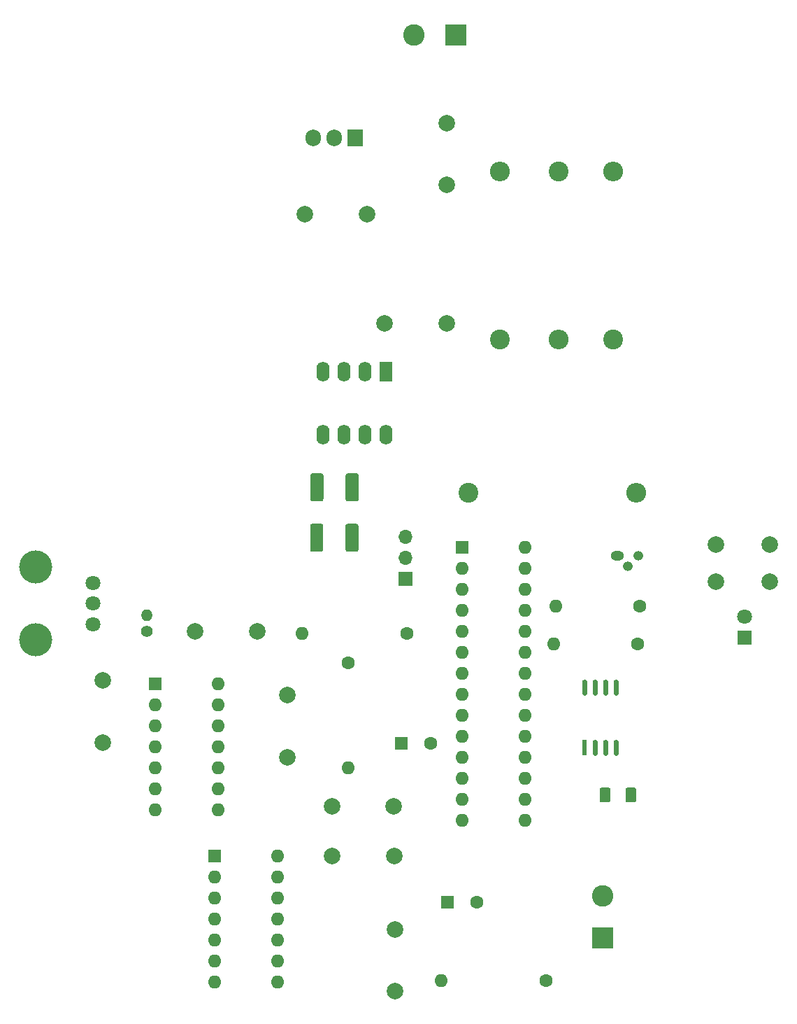
<source format=gbr>
%TF.GenerationSoftware,KiCad,Pcbnew,(5.1.10)-1*%
%TF.CreationDate,2021-11-16T23:10:03+01:00*%
%TF.ProjectId,Looper,4c6f6f70-6572-42e6-9b69-6361645f7063,rev?*%
%TF.SameCoordinates,Original*%
%TF.FileFunction,Soldermask,Top*%
%TF.FilePolarity,Negative*%
%FSLAX46Y46*%
G04 Gerber Fmt 4.6, Leading zero omitted, Abs format (unit mm)*
G04 Created by KiCad (PCBNEW (5.1.10)-1) date 2021-11-16 23:10:03*
%MOMM*%
%LPD*%
G01*
G04 APERTURE LIST*
%ADD10C,2.000000*%
%ADD11O,1.600000X1.600000*%
%ADD12C,1.600000*%
%ADD13O,1.200000X1.200000*%
%ADD14O,1.600000X1.200000*%
%ADD15C,1.800000*%
%ADD16R,1.800000X1.800000*%
%ADD17C,2.600000*%
%ADD18R,2.600000X2.600000*%
%ADD19R,1.600000X1.600000*%
%ADD20O,1.600000X2.400000*%
%ADD21R,1.600000X2.400000*%
%ADD22O,1.905000X2.000000*%
%ADD23R,1.905000X2.000000*%
%ADD24R,0.625831X1.965432*%
%ADD25O,1.400000X1.400000*%
%ADD26C,1.400000*%
%ADD27C,4.000000*%
%ADD28O,2.400000X2.400000*%
%ADD29C,2.400000*%
%ADD30O,1.700000X1.700000*%
%ADD31R,1.700000X1.700000*%
G04 APERTURE END LIST*
D10*
%TO.C,SW1*%
X233911000Y-91313000D03*
X233911000Y-86813000D03*
X240411000Y-91313000D03*
X240411000Y-86813000D03*
%TD*%
D11*
%TO.C,R9*%
X214249000Y-98806000D03*
D12*
X224409000Y-98806000D03*
%TD*%
D11*
%TO.C,R8*%
X214503000Y-94234000D03*
D12*
X224663000Y-94234000D03*
%TD*%
D13*
%TO.C,Q1*%
X224536000Y-88138000D03*
X223266000Y-89408000D03*
D14*
X221996000Y-88138000D03*
%TD*%
D15*
%TO.C,RECORD*%
X237363000Y-95504000D03*
D16*
X237363000Y-98044000D03*
%TD*%
D17*
%TO.C,J1*%
X197358000Y-25146000D03*
D18*
X202438000Y-25146000D03*
%TD*%
D11*
%TO.C,U2*%
X173609000Y-103632000D03*
X165989000Y-118872000D03*
X173609000Y-106172000D03*
X165989000Y-116332000D03*
X173609000Y-108712000D03*
X165989000Y-113792000D03*
X173609000Y-111252000D03*
X165989000Y-111252000D03*
X173609000Y-113792000D03*
X165989000Y-108712000D03*
X173609000Y-116332000D03*
X165989000Y-106172000D03*
X173609000Y-118872000D03*
D19*
X165989000Y-103632000D03*
%TD*%
D11*
%TO.C,R7*%
X183769000Y-97536000D03*
D12*
X196469000Y-97536000D03*
%TD*%
D11*
%TO.C,R4*%
X200660000Y-139573000D03*
D12*
X213360000Y-139573000D03*
%TD*%
D11*
%TO.C,R1*%
X189357000Y-113792000D03*
D12*
X189357000Y-101092000D03*
%TD*%
D20*
%TO.C,U6*%
X193929000Y-73533000D03*
X186309000Y-65913000D03*
X191389000Y-73533000D03*
X188849000Y-65913000D03*
X188849000Y-73533000D03*
X191389000Y-65913000D03*
X186309000Y-73533000D03*
D21*
X193929000Y-65913000D03*
%TD*%
D10*
%TO.C,C6*%
X184143000Y-46863000D03*
X191643000Y-46863000D03*
%TD*%
%TO.C,C14*%
X201302000Y-60071000D03*
X193802000Y-60071000D03*
%TD*%
D11*
%TO.C,U4*%
X180848000Y-124460000D03*
X173228000Y-139700000D03*
X180848000Y-127000000D03*
X173228000Y-137160000D03*
X180848000Y-129540000D03*
X173228000Y-134620000D03*
X180848000Y-132080000D03*
X173228000Y-132080000D03*
X180848000Y-134620000D03*
X173228000Y-129540000D03*
X180848000Y-137160000D03*
X173228000Y-127000000D03*
X180848000Y-139700000D03*
D19*
X173228000Y-124460000D03*
%TD*%
D10*
%TO.C,C9*%
X194952000Y-124460000D03*
X187452000Y-124460000D03*
%TD*%
%TO.C,C10*%
X195072000Y-133343000D03*
X195072000Y-140843000D03*
%TD*%
%TO.C,C7*%
X187394200Y-118440200D03*
X194894200Y-118440200D03*
%TD*%
D22*
%TO.C,U5*%
X185166000Y-37592000D03*
X187706000Y-37592000D03*
D23*
X190246000Y-37592000D03*
%TD*%
D10*
%TO.C,C8*%
X201295000Y-43314000D03*
X201295000Y-35814000D03*
%TD*%
%TO.C,U3*%
G36*
G01*
X218008200Y-105089132D02*
X218008200Y-105089132D01*
G75*
G02*
X217695285Y-104776217I0J312915D01*
G01*
X217695285Y-103436615D01*
G75*
G02*
X218008200Y-103123700I312915J0D01*
G01*
X218008200Y-103123700D01*
G75*
G02*
X218321115Y-103436615I0J-312915D01*
G01*
X218321115Y-104776217D01*
G75*
G02*
X218008200Y-105089132I-312915J0D01*
G01*
G37*
G36*
G01*
X219278200Y-105089132D02*
X219278200Y-105089132D01*
G75*
G02*
X218965285Y-104776217I0J312915D01*
G01*
X218965285Y-103436615D01*
G75*
G02*
X219278200Y-103123700I312915J0D01*
G01*
X219278200Y-103123700D01*
G75*
G02*
X219591115Y-103436615I0J-312915D01*
G01*
X219591115Y-104776217D01*
G75*
G02*
X219278200Y-105089132I-312915J0D01*
G01*
G37*
G36*
G01*
X220548201Y-105089132D02*
X220548201Y-105089132D01*
G75*
G02*
X220235286Y-104776217I0J312915D01*
G01*
X220235286Y-103436615D01*
G75*
G02*
X220548201Y-103123700I312915J0D01*
G01*
X220548201Y-103123700D01*
G75*
G02*
X220861116Y-103436615I0J-312915D01*
G01*
X220861116Y-104776217D01*
G75*
G02*
X220548201Y-105089132I-312915J0D01*
G01*
G37*
G36*
G01*
X221818201Y-105089132D02*
X221818201Y-105089132D01*
G75*
G02*
X221505286Y-104776217I0J312915D01*
G01*
X221505286Y-103436615D01*
G75*
G02*
X221818201Y-103123700I312915J0D01*
G01*
X221818201Y-103123700D01*
G75*
G02*
X222131116Y-103436615I0J-312915D01*
G01*
X222131116Y-104776217D01*
G75*
G02*
X221818201Y-105089132I-312915J0D01*
G01*
G37*
G36*
G01*
X221818201Y-112369900D02*
X221818201Y-112369900D01*
G75*
G02*
X221505286Y-112056985I0J312915D01*
G01*
X221505286Y-110717383D01*
G75*
G02*
X221818201Y-110404468I312915J0D01*
G01*
X221818201Y-110404468D01*
G75*
G02*
X222131116Y-110717383I0J-312915D01*
G01*
X222131116Y-112056985D01*
G75*
G02*
X221818201Y-112369900I-312915J0D01*
G01*
G37*
G36*
G01*
X220548201Y-112369900D02*
X220548201Y-112369900D01*
G75*
G02*
X220235286Y-112056985I0J312915D01*
G01*
X220235286Y-110717383D01*
G75*
G02*
X220548201Y-110404468I312915J0D01*
G01*
X220548201Y-110404468D01*
G75*
G02*
X220861116Y-110717383I0J-312915D01*
G01*
X220861116Y-112056985D01*
G75*
G02*
X220548201Y-112369900I-312915J0D01*
G01*
G37*
G36*
G01*
X219278200Y-112369900D02*
X219278200Y-112369900D01*
G75*
G02*
X218965285Y-112056985I0J312915D01*
G01*
X218965285Y-110717383D01*
G75*
G02*
X219278200Y-110404468I312915J0D01*
G01*
X219278200Y-110404468D01*
G75*
G02*
X219591115Y-110717383I0J-312915D01*
G01*
X219591115Y-112056985D01*
G75*
G02*
X219278200Y-112369900I-312915J0D01*
G01*
G37*
D24*
X218008200Y-111387184D03*
%TD*%
%TO.C,C5*%
G36*
G01*
X222934500Y-117744001D02*
X222934500Y-116443999D01*
G75*
G02*
X223184499Y-116194000I249999J0D01*
G01*
X224009501Y-116194000D01*
G75*
G02*
X224259500Y-116443999I0J-249999D01*
G01*
X224259500Y-117744001D01*
G75*
G02*
X224009501Y-117994000I-249999J0D01*
G01*
X223184499Y-117994000D01*
G75*
G02*
X222934500Y-117744001I0J249999D01*
G01*
G37*
G36*
G01*
X219809500Y-117744001D02*
X219809500Y-116443999D01*
G75*
G02*
X220059499Y-116194000I249999J0D01*
G01*
X220884501Y-116194000D01*
G75*
G02*
X221134500Y-116443999I0J-249999D01*
G01*
X221134500Y-117744001D01*
G75*
G02*
X220884501Y-117994000I-249999J0D01*
G01*
X220059499Y-117994000D01*
G75*
G02*
X219809500Y-117744001I0J249999D01*
G01*
G37*
%TD*%
D10*
%TO.C,C3*%
X181991000Y-105022000D03*
X181991000Y-112522000D03*
%TD*%
%TO.C,C2*%
X178315000Y-97282000D03*
X170815000Y-97282000D03*
%TD*%
%TO.C,C1*%
X159639000Y-103244000D03*
X159639000Y-110744000D03*
%TD*%
D25*
%TO.C,MK1*%
X164973000Y-95382000D03*
D26*
X164973000Y-97282000D03*
%TD*%
D11*
%TO.C,U1*%
X210820000Y-87122000D03*
X203200000Y-120142000D03*
X210820000Y-89662000D03*
X203200000Y-117602000D03*
X210820000Y-92202000D03*
X203200000Y-115062000D03*
X210820000Y-94742000D03*
X203200000Y-112522000D03*
X210820000Y-97282000D03*
X203200000Y-109982000D03*
X210820000Y-99822000D03*
X203200000Y-107442000D03*
X210820000Y-102362000D03*
X203200000Y-104902000D03*
X210820000Y-104902000D03*
X203200000Y-102362000D03*
X210820000Y-107442000D03*
X203200000Y-99822000D03*
X210820000Y-109982000D03*
X203200000Y-97282000D03*
X210820000Y-112522000D03*
X203200000Y-94742000D03*
X210820000Y-115062000D03*
X203200000Y-92202000D03*
X210820000Y-117602000D03*
X203200000Y-89662000D03*
X210820000Y-120142000D03*
D19*
X203200000Y-87122000D03*
%TD*%
D27*
%TO.C,RV1*%
X151496000Y-89540000D03*
X151496000Y-98340000D03*
D15*
X158496000Y-91440000D03*
X158496000Y-93940000D03*
X158496000Y-96440000D03*
%TD*%
D28*
%TO.C,R6*%
X207772000Y-41656000D03*
D29*
X207772000Y-61976000D03*
%TD*%
D28*
%TO.C,R5*%
X214884000Y-61976000D03*
D29*
X214884000Y-41656000D03*
%TD*%
D28*
%TO.C,R3*%
X221488000Y-41656000D03*
D29*
X221488000Y-61976000D03*
%TD*%
D28*
%TO.C,R2*%
X224282000Y-80518000D03*
D29*
X203962000Y-80518000D03*
%TD*%
D30*
%TO.C,JP1*%
X196342000Y-85852000D03*
X196342000Y-88392000D03*
D31*
X196342000Y-90932000D03*
%TD*%
D17*
%TO.C,J2*%
X220218000Y-129286000D03*
D18*
X220218000Y-134366000D03*
%TD*%
%TO.C,C13*%
G36*
G01*
X189056000Y-81333001D02*
X189056000Y-78432999D01*
G75*
G02*
X189305999Y-78183000I249999J0D01*
G01*
X190381001Y-78183000D01*
G75*
G02*
X190631000Y-78432999I0J-249999D01*
G01*
X190631000Y-81333001D01*
G75*
G02*
X190381001Y-81583000I-249999J0D01*
G01*
X189305999Y-81583000D01*
G75*
G02*
X189056000Y-81333001I0J249999D01*
G01*
G37*
G36*
G01*
X184781000Y-81333001D02*
X184781000Y-78432999D01*
G75*
G02*
X185030999Y-78183000I249999J0D01*
G01*
X186106001Y-78183000D01*
G75*
G02*
X186356000Y-78432999I0J-249999D01*
G01*
X186356000Y-81333001D01*
G75*
G02*
X186106001Y-81583000I-249999J0D01*
G01*
X185030999Y-81583000D01*
G75*
G02*
X184781000Y-81333001I0J249999D01*
G01*
G37*
%TD*%
%TO.C,C12*%
G36*
G01*
X189034500Y-87429001D02*
X189034500Y-84528999D01*
G75*
G02*
X189284499Y-84279000I249999J0D01*
G01*
X190359501Y-84279000D01*
G75*
G02*
X190609500Y-84528999I0J-249999D01*
G01*
X190609500Y-87429001D01*
G75*
G02*
X190359501Y-87679000I-249999J0D01*
G01*
X189284499Y-87679000D01*
G75*
G02*
X189034500Y-87429001I0J249999D01*
G01*
G37*
G36*
G01*
X184759500Y-87429001D02*
X184759500Y-84528999D01*
G75*
G02*
X185009499Y-84279000I249999J0D01*
G01*
X186084501Y-84279000D01*
G75*
G02*
X186334500Y-84528999I0J-249999D01*
G01*
X186334500Y-87429001D01*
G75*
G02*
X186084501Y-87679000I-249999J0D01*
G01*
X185009499Y-87679000D01*
G75*
G02*
X184759500Y-87429001I0J249999D01*
G01*
G37*
%TD*%
D12*
%TO.C,C11*%
X204922000Y-130048000D03*
D19*
X201422000Y-130048000D03*
%TD*%
D12*
%TO.C,C4*%
X199334000Y-110871000D03*
D19*
X195834000Y-110871000D03*
%TD*%
M02*

</source>
